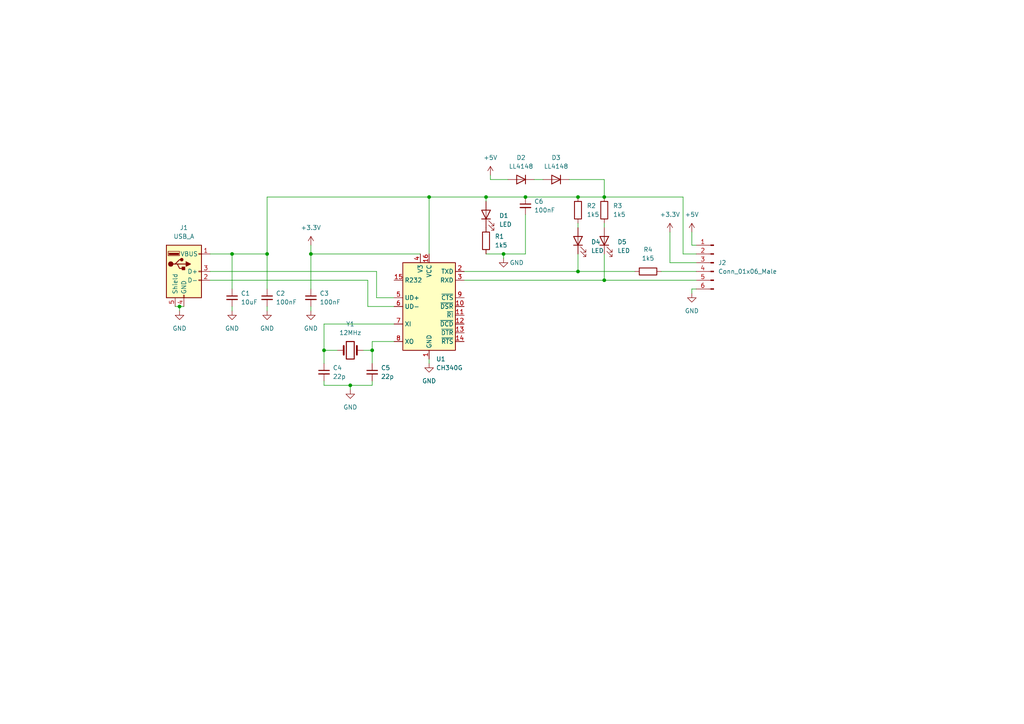
<source format=kicad_sch>
(kicad_sch (version 20211123) (generator eeschema)

  (uuid 6a9ea661-a629-4d44-902e-2c83d8658023)

  (paper "A4")

  (lib_symbols
    (symbol "Connector:Conn_01x06_Male" (pin_names (offset 1.016) hide) (in_bom yes) (on_board yes)
      (property "Reference" "J" (id 0) (at 0 7.62 0)
        (effects (font (size 1.27 1.27)))
      )
      (property "Value" "Conn_01x06_Male" (id 1) (at 0 -10.16 0)
        (effects (font (size 1.27 1.27)))
      )
      (property "Footprint" "" (id 2) (at 0 0 0)
        (effects (font (size 1.27 1.27)) hide)
      )
      (property "Datasheet" "~" (id 3) (at 0 0 0)
        (effects (font (size 1.27 1.27)) hide)
      )
      (property "ki_keywords" "connector" (id 4) (at 0 0 0)
        (effects (font (size 1.27 1.27)) hide)
      )
      (property "ki_description" "Generic connector, single row, 01x06, script generated (kicad-library-utils/schlib/autogen/connector/)" (id 5) (at 0 0 0)
        (effects (font (size 1.27 1.27)) hide)
      )
      (property "ki_fp_filters" "Connector*:*_1x??_*" (id 6) (at 0 0 0)
        (effects (font (size 1.27 1.27)) hide)
      )
      (symbol "Conn_01x06_Male_1_1"
        (polyline
          (pts
            (xy 1.27 -7.62)
            (xy 0.8636 -7.62)
          )
          (stroke (width 0.1524) (type default) (color 0 0 0 0))
          (fill (type none))
        )
        (polyline
          (pts
            (xy 1.27 -5.08)
            (xy 0.8636 -5.08)
          )
          (stroke (width 0.1524) (type default) (color 0 0 0 0))
          (fill (type none))
        )
        (polyline
          (pts
            (xy 1.27 -2.54)
            (xy 0.8636 -2.54)
          )
          (stroke (width 0.1524) (type default) (color 0 0 0 0))
          (fill (type none))
        )
        (polyline
          (pts
            (xy 1.27 0)
            (xy 0.8636 0)
          )
          (stroke (width 0.1524) (type default) (color 0 0 0 0))
          (fill (type none))
        )
        (polyline
          (pts
            (xy 1.27 2.54)
            (xy 0.8636 2.54)
          )
          (stroke (width 0.1524) (type default) (color 0 0 0 0))
          (fill (type none))
        )
        (polyline
          (pts
            (xy 1.27 5.08)
            (xy 0.8636 5.08)
          )
          (stroke (width 0.1524) (type default) (color 0 0 0 0))
          (fill (type none))
        )
        (rectangle (start 0.8636 -7.493) (end 0 -7.747)
          (stroke (width 0.1524) (type default) (color 0 0 0 0))
          (fill (type outline))
        )
        (rectangle (start 0.8636 -4.953) (end 0 -5.207)
          (stroke (width 0.1524) (type default) (color 0 0 0 0))
          (fill (type outline))
        )
        (rectangle (start 0.8636 -2.413) (end 0 -2.667)
          (stroke (width 0.1524) (type default) (color 0 0 0 0))
          (fill (type outline))
        )
        (rectangle (start 0.8636 0.127) (end 0 -0.127)
          (stroke (width 0.1524) (type default) (color 0 0 0 0))
          (fill (type outline))
        )
        (rectangle (start 0.8636 2.667) (end 0 2.413)
          (stroke (width 0.1524) (type default) (color 0 0 0 0))
          (fill (type outline))
        )
        (rectangle (start 0.8636 5.207) (end 0 4.953)
          (stroke (width 0.1524) (type default) (color 0 0 0 0))
          (fill (type outline))
        )
        (pin passive line (at 5.08 5.08 180) (length 3.81)
          (name "Pin_1" (effects (font (size 1.27 1.27))))
          (number "1" (effects (font (size 1.27 1.27))))
        )
        (pin passive line (at 5.08 2.54 180) (length 3.81)
          (name "Pin_2" (effects (font (size 1.27 1.27))))
          (number "2" (effects (font (size 1.27 1.27))))
        )
        (pin passive line (at 5.08 0 180) (length 3.81)
          (name "Pin_3" (effects (font (size 1.27 1.27))))
          (number "3" (effects (font (size 1.27 1.27))))
        )
        (pin passive line (at 5.08 -2.54 180) (length 3.81)
          (name "Pin_4" (effects (font (size 1.27 1.27))))
          (number "4" (effects (font (size 1.27 1.27))))
        )
        (pin passive line (at 5.08 -5.08 180) (length 3.81)
          (name "Pin_5" (effects (font (size 1.27 1.27))))
          (number "5" (effects (font (size 1.27 1.27))))
        )
        (pin passive line (at 5.08 -7.62 180) (length 3.81)
          (name "Pin_6" (effects (font (size 1.27 1.27))))
          (number "6" (effects (font (size 1.27 1.27))))
        )
      )
    )
    (symbol "Connector:USB_A" (pin_names (offset 1.016)) (in_bom yes) (on_board yes)
      (property "Reference" "J" (id 0) (at -5.08 11.43 0)
        (effects (font (size 1.27 1.27)) (justify left))
      )
      (property "Value" "USB_A" (id 1) (at -5.08 8.89 0)
        (effects (font (size 1.27 1.27)) (justify left))
      )
      (property "Footprint" "" (id 2) (at 3.81 -1.27 0)
        (effects (font (size 1.27 1.27)) hide)
      )
      (property "Datasheet" " ~" (id 3) (at 3.81 -1.27 0)
        (effects (font (size 1.27 1.27)) hide)
      )
      (property "ki_keywords" "connector USB" (id 4) (at 0 0 0)
        (effects (font (size 1.27 1.27)) hide)
      )
      (property "ki_description" "USB Type A connector" (id 5) (at 0 0 0)
        (effects (font (size 1.27 1.27)) hide)
      )
      (property "ki_fp_filters" "USB*" (id 6) (at 0 0 0)
        (effects (font (size 1.27 1.27)) hide)
      )
      (symbol "USB_A_0_1"
        (rectangle (start -5.08 -7.62) (end 5.08 7.62)
          (stroke (width 0.254) (type default) (color 0 0 0 0))
          (fill (type background))
        )
        (circle (center -3.81 2.159) (radius 0.635)
          (stroke (width 0.254) (type default) (color 0 0 0 0))
          (fill (type outline))
        )
        (rectangle (start -1.524 4.826) (end -4.318 5.334)
          (stroke (width 0) (type default) (color 0 0 0 0))
          (fill (type outline))
        )
        (rectangle (start -1.27 4.572) (end -4.572 5.842)
          (stroke (width 0) (type default) (color 0 0 0 0))
          (fill (type none))
        )
        (circle (center -0.635 3.429) (radius 0.381)
          (stroke (width 0.254) (type default) (color 0 0 0 0))
          (fill (type outline))
        )
        (rectangle (start -0.127 -7.62) (end 0.127 -6.858)
          (stroke (width 0) (type default) (color 0 0 0 0))
          (fill (type none))
        )
        (polyline
          (pts
            (xy -3.175 2.159)
            (xy -2.54 2.159)
            (xy -1.27 3.429)
            (xy -0.635 3.429)
          )
          (stroke (width 0.254) (type default) (color 0 0 0 0))
          (fill (type none))
        )
        (polyline
          (pts
            (xy -2.54 2.159)
            (xy -1.905 2.159)
            (xy -1.27 0.889)
            (xy 0 0.889)
          )
          (stroke (width 0.254) (type default) (color 0 0 0 0))
          (fill (type none))
        )
        (polyline
          (pts
            (xy 0.635 2.794)
            (xy 0.635 1.524)
            (xy 1.905 2.159)
            (xy 0.635 2.794)
          )
          (stroke (width 0.254) (type default) (color 0 0 0 0))
          (fill (type outline))
        )
        (rectangle (start 0.254 1.27) (end -0.508 0.508)
          (stroke (width 0.254) (type default) (color 0 0 0 0))
          (fill (type outline))
        )
        (rectangle (start 5.08 -2.667) (end 4.318 -2.413)
          (stroke (width 0) (type default) (color 0 0 0 0))
          (fill (type none))
        )
        (rectangle (start 5.08 -0.127) (end 4.318 0.127)
          (stroke (width 0) (type default) (color 0 0 0 0))
          (fill (type none))
        )
        (rectangle (start 5.08 4.953) (end 4.318 5.207)
          (stroke (width 0) (type default) (color 0 0 0 0))
          (fill (type none))
        )
      )
      (symbol "USB_A_1_1"
        (polyline
          (pts
            (xy -1.905 2.159)
            (xy 0.635 2.159)
          )
          (stroke (width 0.254) (type default) (color 0 0 0 0))
          (fill (type none))
        )
        (pin power_in line (at 7.62 5.08 180) (length 2.54)
          (name "VBUS" (effects (font (size 1.27 1.27))))
          (number "1" (effects (font (size 1.27 1.27))))
        )
        (pin bidirectional line (at 7.62 -2.54 180) (length 2.54)
          (name "D-" (effects (font (size 1.27 1.27))))
          (number "2" (effects (font (size 1.27 1.27))))
        )
        (pin bidirectional line (at 7.62 0 180) (length 2.54)
          (name "D+" (effects (font (size 1.27 1.27))))
          (number "3" (effects (font (size 1.27 1.27))))
        )
        (pin power_in line (at 0 -10.16 90) (length 2.54)
          (name "GND" (effects (font (size 1.27 1.27))))
          (number "4" (effects (font (size 1.27 1.27))))
        )
        (pin passive line (at -2.54 -10.16 90) (length 2.54)
          (name "Shield" (effects (font (size 1.27 1.27))))
          (number "5" (effects (font (size 1.27 1.27))))
        )
      )
    )
    (symbol "Device:C_Small" (pin_numbers hide) (pin_names (offset 0.254) hide) (in_bom yes) (on_board yes)
      (property "Reference" "C" (id 0) (at 0.254 1.778 0)
        (effects (font (size 1.27 1.27)) (justify left))
      )
      (property "Value" "C_Small" (id 1) (at 0.254 -2.032 0)
        (effects (font (size 1.27 1.27)) (justify left))
      )
      (property "Footprint" "" (id 2) (at 0 0 0)
        (effects (font (size 1.27 1.27)) hide)
      )
      (property "Datasheet" "~" (id 3) (at 0 0 0)
        (effects (font (size 1.27 1.27)) hide)
      )
      (property "ki_keywords" "capacitor cap" (id 4) (at 0 0 0)
        (effects (font (size 1.27 1.27)) hide)
      )
      (property "ki_description" "Unpolarized capacitor, small symbol" (id 5) (at 0 0 0)
        (effects (font (size 1.27 1.27)) hide)
      )
      (property "ki_fp_filters" "C_*" (id 6) (at 0 0 0)
        (effects (font (size 1.27 1.27)) hide)
      )
      (symbol "C_Small_0_1"
        (polyline
          (pts
            (xy -1.524 -0.508)
            (xy 1.524 -0.508)
          )
          (stroke (width 0.3302) (type default) (color 0 0 0 0))
          (fill (type none))
        )
        (polyline
          (pts
            (xy -1.524 0.508)
            (xy 1.524 0.508)
          )
          (stroke (width 0.3048) (type default) (color 0 0 0 0))
          (fill (type none))
        )
      )
      (symbol "C_Small_1_1"
        (pin passive line (at 0 2.54 270) (length 2.032)
          (name "~" (effects (font (size 1.27 1.27))))
          (number "1" (effects (font (size 1.27 1.27))))
        )
        (pin passive line (at 0 -2.54 90) (length 2.032)
          (name "~" (effects (font (size 1.27 1.27))))
          (number "2" (effects (font (size 1.27 1.27))))
        )
      )
    )
    (symbol "Device:Crystal" (pin_numbers hide) (pin_names (offset 1.016) hide) (in_bom yes) (on_board yes)
      (property "Reference" "Y" (id 0) (at 0 3.81 0)
        (effects (font (size 1.27 1.27)))
      )
      (property "Value" "Crystal" (id 1) (at 0 -3.81 0)
        (effects (font (size 1.27 1.27)))
      )
      (property "Footprint" "" (id 2) (at 0 0 0)
        (effects (font (size 1.27 1.27)) hide)
      )
      (property "Datasheet" "~" (id 3) (at 0 0 0)
        (effects (font (size 1.27 1.27)) hide)
      )
      (property "ki_keywords" "quartz ceramic resonator oscillator" (id 4) (at 0 0 0)
        (effects (font (size 1.27 1.27)) hide)
      )
      (property "ki_description" "Two pin crystal" (id 5) (at 0 0 0)
        (effects (font (size 1.27 1.27)) hide)
      )
      (property "ki_fp_filters" "Crystal*" (id 6) (at 0 0 0)
        (effects (font (size 1.27 1.27)) hide)
      )
      (symbol "Crystal_0_1"
        (rectangle (start -1.143 2.54) (end 1.143 -2.54)
          (stroke (width 0.3048) (type default) (color 0 0 0 0))
          (fill (type none))
        )
        (polyline
          (pts
            (xy -2.54 0)
            (xy -1.905 0)
          )
          (stroke (width 0) (type default) (color 0 0 0 0))
          (fill (type none))
        )
        (polyline
          (pts
            (xy -1.905 -1.27)
            (xy -1.905 1.27)
          )
          (stroke (width 0.508) (type default) (color 0 0 0 0))
          (fill (type none))
        )
        (polyline
          (pts
            (xy 1.905 -1.27)
            (xy 1.905 1.27)
          )
          (stroke (width 0.508) (type default) (color 0 0 0 0))
          (fill (type none))
        )
        (polyline
          (pts
            (xy 2.54 0)
            (xy 1.905 0)
          )
          (stroke (width 0) (type default) (color 0 0 0 0))
          (fill (type none))
        )
      )
      (symbol "Crystal_1_1"
        (pin passive line (at -3.81 0 0) (length 1.27)
          (name "1" (effects (font (size 1.27 1.27))))
          (number "1" (effects (font (size 1.27 1.27))))
        )
        (pin passive line (at 3.81 0 180) (length 1.27)
          (name "2" (effects (font (size 1.27 1.27))))
          (number "2" (effects (font (size 1.27 1.27))))
        )
      )
    )
    (symbol "Device:D" (pin_numbers hide) (pin_names (offset 1.016) hide) (in_bom yes) (on_board yes)
      (property "Reference" "D" (id 0) (at 0 2.54 0)
        (effects (font (size 1.27 1.27)))
      )
      (property "Value" "D" (id 1) (at 0 -2.54 0)
        (effects (font (size 1.27 1.27)))
      )
      (property "Footprint" "" (id 2) (at 0 0 0)
        (effects (font (size 1.27 1.27)) hide)
      )
      (property "Datasheet" "~" (id 3) (at 0 0 0)
        (effects (font (size 1.27 1.27)) hide)
      )
      (property "ki_keywords" "diode" (id 4) (at 0 0 0)
        (effects (font (size 1.27 1.27)) hide)
      )
      (property "ki_description" "Diode" (id 5) (at 0 0 0)
        (effects (font (size 1.27 1.27)) hide)
      )
      (property "ki_fp_filters" "TO-???* *_Diode_* *SingleDiode* D_*" (id 6) (at 0 0 0)
        (effects (font (size 1.27 1.27)) hide)
      )
      (symbol "D_0_1"
        (polyline
          (pts
            (xy -1.27 1.27)
            (xy -1.27 -1.27)
          )
          (stroke (width 0.254) (type default) (color 0 0 0 0))
          (fill (type none))
        )
        (polyline
          (pts
            (xy 1.27 0)
            (xy -1.27 0)
          )
          (stroke (width 0) (type default) (color 0 0 0 0))
          (fill (type none))
        )
        (polyline
          (pts
            (xy 1.27 1.27)
            (xy 1.27 -1.27)
            (xy -1.27 0)
            (xy 1.27 1.27)
          )
          (stroke (width 0.254) (type default) (color 0 0 0 0))
          (fill (type none))
        )
      )
      (symbol "D_1_1"
        (pin passive line (at -3.81 0 0) (length 2.54)
          (name "K" (effects (font (size 1.27 1.27))))
          (number "1" (effects (font (size 1.27 1.27))))
        )
        (pin passive line (at 3.81 0 180) (length 2.54)
          (name "A" (effects (font (size 1.27 1.27))))
          (number "2" (effects (font (size 1.27 1.27))))
        )
      )
    )
    (symbol "Device:LED" (pin_numbers hide) (pin_names (offset 1.016) hide) (in_bom yes) (on_board yes)
      (property "Reference" "D" (id 0) (at 0 2.54 0)
        (effects (font (size 1.27 1.27)))
      )
      (property "Value" "LED" (id 1) (at 0 -2.54 0)
        (effects (font (size 1.27 1.27)))
      )
      (property "Footprint" "" (id 2) (at 0 0 0)
        (effects (font (size 1.27 1.27)) hide)
      )
      (property "Datasheet" "~" (id 3) (at 0 0 0)
        (effects (font (size 1.27 1.27)) hide)
      )
      (property "ki_keywords" "LED diode" (id 4) (at 0 0 0)
        (effects (font (size 1.27 1.27)) hide)
      )
      (property "ki_description" "Light emitting diode" (id 5) (at 0 0 0)
        (effects (font (size 1.27 1.27)) hide)
      )
      (property "ki_fp_filters" "LED* LED_SMD:* LED_THT:*" (id 6) (at 0 0 0)
        (effects (font (size 1.27 1.27)) hide)
      )
      (symbol "LED_0_1"
        (polyline
          (pts
            (xy -1.27 -1.27)
            (xy -1.27 1.27)
          )
          (stroke (width 0.254) (type default) (color 0 0 0 0))
          (fill (type none))
        )
        (polyline
          (pts
            (xy -1.27 0)
            (xy 1.27 0)
          )
          (stroke (width 0) (type default) (color 0 0 0 0))
          (fill (type none))
        )
        (polyline
          (pts
            (xy 1.27 -1.27)
            (xy 1.27 1.27)
            (xy -1.27 0)
            (xy 1.27 -1.27)
          )
          (stroke (width 0.254) (type default) (color 0 0 0 0))
          (fill (type none))
        )
        (polyline
          (pts
            (xy -3.048 -0.762)
            (xy -4.572 -2.286)
            (xy -3.81 -2.286)
            (xy -4.572 -2.286)
            (xy -4.572 -1.524)
          )
          (stroke (width 0) (type default) (color 0 0 0 0))
          (fill (type none))
        )
        (polyline
          (pts
            (xy -1.778 -0.762)
            (xy -3.302 -2.286)
            (xy -2.54 -2.286)
            (xy -3.302 -2.286)
            (xy -3.302 -1.524)
          )
          (stroke (width 0) (type default) (color 0 0 0 0))
          (fill (type none))
        )
      )
      (symbol "LED_1_1"
        (pin passive line (at -3.81 0 0) (length 2.54)
          (name "K" (effects (font (size 1.27 1.27))))
          (number "1" (effects (font (size 1.27 1.27))))
        )
        (pin passive line (at 3.81 0 180) (length 2.54)
          (name "A" (effects (font (size 1.27 1.27))))
          (number "2" (effects (font (size 1.27 1.27))))
        )
      )
    )
    (symbol "Device:R" (pin_numbers hide) (pin_names (offset 0)) (in_bom yes) (on_board yes)
      (property "Reference" "R" (id 0) (at 2.032 0 90)
        (effects (font (size 1.27 1.27)))
      )
      (property "Value" "R" (id 1) (at 0 0 90)
        (effects (font (size 1.27 1.27)))
      )
      (property "Footprint" "" (id 2) (at -1.778 0 90)
        (effects (font (size 1.27 1.27)) hide)
      )
      (property "Datasheet" "~" (id 3) (at 0 0 0)
        (effects (font (size 1.27 1.27)) hide)
      )
      (property "ki_keywords" "R res resistor" (id 4) (at 0 0 0)
        (effects (font (size 1.27 1.27)) hide)
      )
      (property "ki_description" "Resistor" (id 5) (at 0 0 0)
        (effects (font (size 1.27 1.27)) hide)
      )
      (property "ki_fp_filters" "R_*" (id 6) (at 0 0 0)
        (effects (font (size 1.27 1.27)) hide)
      )
      (symbol "R_0_1"
        (rectangle (start -1.016 -2.54) (end 1.016 2.54)
          (stroke (width 0.254) (type default) (color 0 0 0 0))
          (fill (type none))
        )
      )
      (symbol "R_1_1"
        (pin passive line (at 0 3.81 270) (length 1.27)
          (name "~" (effects (font (size 1.27 1.27))))
          (number "1" (effects (font (size 1.27 1.27))))
        )
        (pin passive line (at 0 -3.81 90) (length 1.27)
          (name "~" (effects (font (size 1.27 1.27))))
          (number "2" (effects (font (size 1.27 1.27))))
        )
      )
    )
    (symbol "Interface_USB:CH340G" (in_bom yes) (on_board yes)
      (property "Reference" "U" (id 0) (at -5.08 13.97 0)
        (effects (font (size 1.27 1.27)) (justify right))
      )
      (property "Value" "CH340G" (id 1) (at 1.27 13.97 0)
        (effects (font (size 1.27 1.27)) (justify left))
      )
      (property "Footprint" "Package_SO:SOIC-16_3.9x9.9mm_P1.27mm" (id 2) (at 1.27 -13.97 0)
        (effects (font (size 1.27 1.27)) (justify left) hide)
      )
      (property "Datasheet" "http://www.datasheet5.com/pdf-local-2195953" (id 3) (at -8.89 20.32 0)
        (effects (font (size 1.27 1.27)) hide)
      )
      (property "ki_keywords" "USB UART Serial Converter Interface" (id 4) (at 0 0 0)
        (effects (font (size 1.27 1.27)) hide)
      )
      (property "ki_description" "USB serial converter, UART, SOIC-16" (id 5) (at 0 0 0)
        (effects (font (size 1.27 1.27)) hide)
      )
      (property "ki_fp_filters" "SOIC*3.9x9.9mm*P1.27mm*" (id 6) (at 0 0 0)
        (effects (font (size 1.27 1.27)) hide)
      )
      (symbol "CH340G_0_1"
        (rectangle (start -7.62 12.7) (end 7.62 -12.7)
          (stroke (width 0.254) (type default) (color 0 0 0 0))
          (fill (type background))
        )
      )
      (symbol "CH340G_1_1"
        (pin power_in line (at 0 -15.24 90) (length 2.54)
          (name "GND" (effects (font (size 1.27 1.27))))
          (number "1" (effects (font (size 1.27 1.27))))
        )
        (pin input line (at 10.16 0 180) (length 2.54)
          (name "~{DSR}" (effects (font (size 1.27 1.27))))
          (number "10" (effects (font (size 1.27 1.27))))
        )
        (pin input line (at 10.16 -2.54 180) (length 2.54)
          (name "~{RI}" (effects (font (size 1.27 1.27))))
          (number "11" (effects (font (size 1.27 1.27))))
        )
        (pin input line (at 10.16 -5.08 180) (length 2.54)
          (name "~{DCD}" (effects (font (size 1.27 1.27))))
          (number "12" (effects (font (size 1.27 1.27))))
        )
        (pin output line (at 10.16 -7.62 180) (length 2.54)
          (name "~{DTR}" (effects (font (size 1.27 1.27))))
          (number "13" (effects (font (size 1.27 1.27))))
        )
        (pin output line (at 10.16 -10.16 180) (length 2.54)
          (name "~{RTS}" (effects (font (size 1.27 1.27))))
          (number "14" (effects (font (size 1.27 1.27))))
        )
        (pin input line (at -10.16 7.62 0) (length 2.54)
          (name "R232" (effects (font (size 1.27 1.27))))
          (number "15" (effects (font (size 1.27 1.27))))
        )
        (pin power_in line (at 0 15.24 270) (length 2.54)
          (name "VCC" (effects (font (size 1.27 1.27))))
          (number "16" (effects (font (size 1.27 1.27))))
        )
        (pin output line (at 10.16 10.16 180) (length 2.54)
          (name "TXD" (effects (font (size 1.27 1.27))))
          (number "2" (effects (font (size 1.27 1.27))))
        )
        (pin input line (at 10.16 7.62 180) (length 2.54)
          (name "RXD" (effects (font (size 1.27 1.27))))
          (number "3" (effects (font (size 1.27 1.27))))
        )
        (pin passive line (at -2.54 15.24 270) (length 2.54)
          (name "V3" (effects (font (size 1.27 1.27))))
          (number "4" (effects (font (size 1.27 1.27))))
        )
        (pin bidirectional line (at -10.16 2.54 0) (length 2.54)
          (name "UD+" (effects (font (size 1.27 1.27))))
          (number "5" (effects (font (size 1.27 1.27))))
        )
        (pin bidirectional line (at -10.16 0 0) (length 2.54)
          (name "UD-" (effects (font (size 1.27 1.27))))
          (number "6" (effects (font (size 1.27 1.27))))
        )
        (pin input line (at -10.16 -5.08 0) (length 2.54)
          (name "XI" (effects (font (size 1.27 1.27))))
          (number "7" (effects (font (size 1.27 1.27))))
        )
        (pin output line (at -10.16 -10.16 0) (length 2.54)
          (name "XO" (effects (font (size 1.27 1.27))))
          (number "8" (effects (font (size 1.27 1.27))))
        )
        (pin input line (at 10.16 2.54 180) (length 2.54)
          (name "~{CTS}" (effects (font (size 1.27 1.27))))
          (number "9" (effects (font (size 1.27 1.27))))
        )
      )
    )
    (symbol "power:+3.3V" (power) (pin_names (offset 0)) (in_bom yes) (on_board yes)
      (property "Reference" "#PWR" (id 0) (at 0 -3.81 0)
        (effects (font (size 1.27 1.27)) hide)
      )
      (property "Value" "+3.3V" (id 1) (at 0 3.556 0)
        (effects (font (size 1.27 1.27)))
      )
      (property "Footprint" "" (id 2) (at 0 0 0)
        (effects (font (size 1.27 1.27)) hide)
      )
      (property "Datasheet" "" (id 3) (at 0 0 0)
        (effects (font (size 1.27 1.27)) hide)
      )
      (property "ki_keywords" "power-flag" (id 4) (at 0 0 0)
        (effects (font (size 1.27 1.27)) hide)
      )
      (property "ki_description" "Power symbol creates a global label with name \"+3.3V\"" (id 5) (at 0 0 0)
        (effects (font (size 1.27 1.27)) hide)
      )
      (symbol "+3.3V_0_1"
        (polyline
          (pts
            (xy -0.762 1.27)
            (xy 0 2.54)
          )
          (stroke (width 0) (type default) (color 0 0 0 0))
          (fill (type none))
        )
        (polyline
          (pts
            (xy 0 0)
            (xy 0 2.54)
          )
          (stroke (width 0) (type default) (color 0 0 0 0))
          (fill (type none))
        )
        (polyline
          (pts
            (xy 0 2.54)
            (xy 0.762 1.27)
          )
          (stroke (width 0) (type default) (color 0 0 0 0))
          (fill (type none))
        )
      )
      (symbol "+3.3V_1_1"
        (pin power_in line (at 0 0 90) (length 0) hide
          (name "+3.3V" (effects (font (size 1.27 1.27))))
          (number "1" (effects (font (size 1.27 1.27))))
        )
      )
    )
    (symbol "power:+5V" (power) (pin_names (offset 0)) (in_bom yes) (on_board yes)
      (property "Reference" "#PWR" (id 0) (at 0 -3.81 0)
        (effects (font (size 1.27 1.27)) hide)
      )
      (property "Value" "+5V" (id 1) (at 0 3.556 0)
        (effects (font (size 1.27 1.27)))
      )
      (property "Footprint" "" (id 2) (at 0 0 0)
        (effects (font (size 1.27 1.27)) hide)
      )
      (property "Datasheet" "" (id 3) (at 0 0 0)
        (effects (font (size 1.27 1.27)) hide)
      )
      (property "ki_keywords" "power-flag" (id 4) (at 0 0 0)
        (effects (font (size 1.27 1.27)) hide)
      )
      (property "ki_description" "Power symbol creates a global label with name \"+5V\"" (id 5) (at 0 0 0)
        (effects (font (size 1.27 1.27)) hide)
      )
      (symbol "+5V_0_1"
        (polyline
          (pts
            (xy -0.762 1.27)
            (xy 0 2.54)
          )
          (stroke (width 0) (type default) (color 0 0 0 0))
          (fill (type none))
        )
        (polyline
          (pts
            (xy 0 0)
            (xy 0 2.54)
          )
          (stroke (width 0) (type default) (color 0 0 0 0))
          (fill (type none))
        )
        (polyline
          (pts
            (xy 0 2.54)
            (xy 0.762 1.27)
          )
          (stroke (width 0) (type default) (color 0 0 0 0))
          (fill (type none))
        )
      )
      (symbol "+5V_1_1"
        (pin power_in line (at 0 0 90) (length 0) hide
          (name "+5V" (effects (font (size 1.27 1.27))))
          (number "1" (effects (font (size 1.27 1.27))))
        )
      )
    )
    (symbol "power:GND" (power) (pin_names (offset 0)) (in_bom yes) (on_board yes)
      (property "Reference" "#PWR" (id 0) (at 0 -6.35 0)
        (effects (font (size 1.27 1.27)) hide)
      )
      (property "Value" "GND" (id 1) (at 0 -3.81 0)
        (effects (font (size 1.27 1.27)))
      )
      (property "Footprint" "" (id 2) (at 0 0 0)
        (effects (font (size 1.27 1.27)) hide)
      )
      (property "Datasheet" "" (id 3) (at 0 0 0)
        (effects (font (size 1.27 1.27)) hide)
      )
      (property "ki_keywords" "power-flag" (id 4) (at 0 0 0)
        (effects (font (size 1.27 1.27)) hide)
      )
      (property "ki_description" "Power symbol creates a global label with name \"GND\" , ground" (id 5) (at 0 0 0)
        (effects (font (size 1.27 1.27)) hide)
      )
      (symbol "GND_0_1"
        (polyline
          (pts
            (xy 0 0)
            (xy 0 -1.27)
            (xy 1.27 -1.27)
            (xy 0 -2.54)
            (xy -1.27 -1.27)
            (xy 0 -1.27)
          )
          (stroke (width 0) (type default) (color 0 0 0 0))
          (fill (type none))
        )
      )
      (symbol "GND_1_1"
        (pin power_in line (at 0 0 270) (length 0) hide
          (name "GND" (effects (font (size 1.27 1.27))))
          (number "1" (effects (font (size 1.27 1.27))))
        )
      )
    )
  )

  (junction (at 67.31 73.66) (diameter 0) (color 0 0 0 0)
    (uuid 25b70add-690a-4322-85af-0416f8048e38)
  )
  (junction (at 52.07 88.9) (diameter 0) (color 0 0 0 0)
    (uuid 2984778b-9538-411b-a015-60430859e287)
  )
  (junction (at 146.05 73.66) (diameter 0) (color 0 0 0 0)
    (uuid 445231a3-03b9-4ba4-a817-26087a46aff1)
  )
  (junction (at 90.17 73.66) (diameter 0) (color 0 0 0 0)
    (uuid 4e48bdab-4f8b-4334-bce9-17f5d795c245)
  )
  (junction (at 93.98 101.6) (diameter 0) (color 0 0 0 0)
    (uuid 5f69cb48-f0b2-47ae-b223-52c600a05465)
  )
  (junction (at 167.64 57.15) (diameter 0) (color 0 0 0 0)
    (uuid 753797ad-cf5c-47fc-b24f-c78714998ce9)
  )
  (junction (at 107.95 101.6) (diameter 0) (color 0 0 0 0)
    (uuid 7cfd5d38-248d-4ba1-81eb-946ed853c39e)
  )
  (junction (at 175.26 81.28) (diameter 0) (color 0 0 0 0)
    (uuid 88ca4a21-8413-4d94-bb9b-8fe4009ac0e3)
  )
  (junction (at 140.97 57.15) (diameter 0) (color 0 0 0 0)
    (uuid 9751e94e-9df3-497a-8804-7a7bcfe44e97)
  )
  (junction (at 175.26 57.15) (diameter 0) (color 0 0 0 0)
    (uuid 98b72fdf-6315-449f-ad78-c15ad14df5aa)
  )
  (junction (at 101.6 111.76) (diameter 0) (color 0 0 0 0)
    (uuid 9cdcfbd7-910e-4efb-a2b0-93f716d0c10d)
  )
  (junction (at 77.47 73.66) (diameter 0) (color 0 0 0 0)
    (uuid a577a3a9-9f2b-4312-85ba-8b3d2de93c01)
  )
  (junction (at 152.4 57.15) (diameter 0) (color 0 0 0 0)
    (uuid ac719c5e-f5ca-4d0b-b03b-cf9a78ef1118)
  )
  (junction (at 124.46 57.15) (diameter 0) (color 0 0 0 0)
    (uuid b93c4814-e0ac-4f4f-9eef-44bfbc2f5ab8)
  )
  (junction (at 167.64 78.74) (diameter 0) (color 0 0 0 0)
    (uuid cdc97bd6-d659-483b-91b1-ef58daec6e38)
  )

  (wire (pts (xy 107.95 110.49) (xy 107.95 111.76))
    (stroke (width 0) (type default) (color 0 0 0 0))
    (uuid 05c3f011-783c-45d5-a25b-d4682c6cba95)
  )
  (wire (pts (xy 140.97 58.42) (xy 140.97 57.15))
    (stroke (width 0) (type default) (color 0 0 0 0))
    (uuid 05f94389-f244-4feb-8ffc-b0dc5f81562b)
  )
  (wire (pts (xy 60.96 78.74) (xy 109.22 78.74))
    (stroke (width 0) (type default) (color 0 0 0 0))
    (uuid 0630477e-ceac-4936-88ca-ef1469d29512)
  )
  (wire (pts (xy 114.3 99.06) (xy 107.95 99.06))
    (stroke (width 0) (type default) (color 0 0 0 0))
    (uuid 0a0fdca6-6bc5-47cb-aa37-fddfad0a3f8c)
  )
  (wire (pts (xy 106.68 81.28) (xy 106.68 88.9))
    (stroke (width 0) (type default) (color 0 0 0 0))
    (uuid 0bb2f034-90d8-4713-9d66-0a674543415e)
  )
  (wire (pts (xy 97.79 101.6) (xy 93.98 101.6))
    (stroke (width 0) (type default) (color 0 0 0 0))
    (uuid 0ec4400a-7054-4469-90ae-d84544775597)
  )
  (wire (pts (xy 52.07 88.9) (xy 52.07 90.17))
    (stroke (width 0) (type default) (color 0 0 0 0))
    (uuid 12e1d7fe-bc61-4fa9-a095-0dd2ccc839b7)
  )
  (wire (pts (xy 146.05 73.66) (xy 140.97 73.66))
    (stroke (width 0) (type default) (color 0 0 0 0))
    (uuid 18f60691-11fa-4283-a371-ff69db237382)
  )
  (wire (pts (xy 93.98 110.49) (xy 93.98 111.76))
    (stroke (width 0) (type default) (color 0 0 0 0))
    (uuid 1f26b17c-d385-4be3-8c74-705b9ab4aa7f)
  )
  (wire (pts (xy 60.96 73.66) (xy 67.31 73.66))
    (stroke (width 0) (type default) (color 0 0 0 0))
    (uuid 264aac17-0419-484d-b31a-531e0920b2a5)
  )
  (wire (pts (xy 77.47 73.66) (xy 77.47 83.82))
    (stroke (width 0) (type default) (color 0 0 0 0))
    (uuid 2a0ad8d4-d0ab-4042-ba56-3c88be3529d3)
  )
  (wire (pts (xy 60.96 81.28) (xy 106.68 81.28))
    (stroke (width 0) (type default) (color 0 0 0 0))
    (uuid 2cc7d3f7-1f17-4764-8ef7-bc2757b3804e)
  )
  (wire (pts (xy 134.62 78.74) (xy 167.64 78.74))
    (stroke (width 0) (type default) (color 0 0 0 0))
    (uuid 35e18d90-769e-47d8-9642-6354637a9ee0)
  )
  (wire (pts (xy 146.05 73.66) (xy 152.4 73.66))
    (stroke (width 0) (type default) (color 0 0 0 0))
    (uuid 36970ac9-0bb2-4627-a5da-9813142538ef)
  )
  (wire (pts (xy 101.6 111.76) (xy 107.95 111.76))
    (stroke (width 0) (type default) (color 0 0 0 0))
    (uuid 3839f637-40ac-4505-9666-bb7d4881575f)
  )
  (wire (pts (xy 50.8 88.9) (xy 52.07 88.9))
    (stroke (width 0) (type default) (color 0 0 0 0))
    (uuid 3d62e174-de52-4844-b841-5466f9f39852)
  )
  (wire (pts (xy 114.3 93.98) (xy 93.98 93.98))
    (stroke (width 0) (type default) (color 0 0 0 0))
    (uuid 41b28722-fe38-4d7c-a52c-0e4dd9e17694)
  )
  (wire (pts (xy 198.12 57.15) (xy 198.12 73.66))
    (stroke (width 0) (type default) (color 0 0 0 0))
    (uuid 428daf47-b5ee-48e6-bb75-3dc2bdd40d3c)
  )
  (wire (pts (xy 93.98 111.76) (xy 101.6 111.76))
    (stroke (width 0) (type default) (color 0 0 0 0))
    (uuid 43fa0658-0282-417f-9706-1c624b62e2e9)
  )
  (wire (pts (xy 152.4 62.23) (xy 152.4 73.66))
    (stroke (width 0) (type default) (color 0 0 0 0))
    (uuid 45fa66e8-f40a-4867-adb5-d096ef12669f)
  )
  (wire (pts (xy 67.31 73.66) (xy 67.31 83.82))
    (stroke (width 0) (type default) (color 0 0 0 0))
    (uuid 4b389a8c-f53b-4d69-9a7c-51d9690236ed)
  )
  (wire (pts (xy 175.26 64.77) (xy 175.26 66.04))
    (stroke (width 0) (type default) (color 0 0 0 0))
    (uuid 4b74363a-690a-457e-9884-31899944eba6)
  )
  (wire (pts (xy 124.46 57.15) (xy 140.97 57.15))
    (stroke (width 0) (type default) (color 0 0 0 0))
    (uuid 5257a93e-6b54-4fee-8e03-345510355132)
  )
  (wire (pts (xy 167.64 78.74) (xy 184.15 78.74))
    (stroke (width 0) (type default) (color 0 0 0 0))
    (uuid 52db4822-72c1-4372-ae5d-0d86f4cfedf2)
  )
  (wire (pts (xy 93.98 93.98) (xy 93.98 101.6))
    (stroke (width 0) (type default) (color 0 0 0 0))
    (uuid 538064a6-2196-4dbc-ad44-f8c933b8c62f)
  )
  (wire (pts (xy 198.12 73.66) (xy 201.93 73.66))
    (stroke (width 0) (type default) (color 0 0 0 0))
    (uuid 5996b21f-acb3-40c5-9ef7-73882a791808)
  )
  (wire (pts (xy 52.07 88.9) (xy 53.34 88.9))
    (stroke (width 0) (type default) (color 0 0 0 0))
    (uuid 5d3cb0e7-02f8-4e1a-b926-51a4b7ccdcc1)
  )
  (wire (pts (xy 167.64 57.15) (xy 175.26 57.15))
    (stroke (width 0) (type default) (color 0 0 0 0))
    (uuid 611a2842-56cd-44ae-a302-eb7812cd9fa1)
  )
  (wire (pts (xy 77.47 88.9) (xy 77.47 90.17))
    (stroke (width 0) (type default) (color 0 0 0 0))
    (uuid 6b26e724-f05a-4c1e-8dc0-56f0c4567289)
  )
  (wire (pts (xy 142.24 50.8) (xy 142.24 52.07))
    (stroke (width 0) (type default) (color 0 0 0 0))
    (uuid 6c8c06a6-d192-43d4-9a4a-be9661db1029)
  )
  (wire (pts (xy 67.31 88.9) (xy 67.31 90.17))
    (stroke (width 0) (type default) (color 0 0 0 0))
    (uuid 7493ecd0-2dcc-4bc9-8703-7cdf312a148c)
  )
  (wire (pts (xy 142.24 52.07) (xy 147.32 52.07))
    (stroke (width 0) (type default) (color 0 0 0 0))
    (uuid 75d237c0-3de4-410d-b9c3-c6cb1c7a7fde)
  )
  (wire (pts (xy 105.41 101.6) (xy 107.95 101.6))
    (stroke (width 0) (type default) (color 0 0 0 0))
    (uuid 764b2857-e454-4fa5-afcd-e534eb3e96f8)
  )
  (wire (pts (xy 77.47 57.15) (xy 124.46 57.15))
    (stroke (width 0) (type default) (color 0 0 0 0))
    (uuid 79cd1402-7f2f-40b3-9ed5-e5c390d33ebf)
  )
  (wire (pts (xy 167.64 64.77) (xy 167.64 66.04))
    (stroke (width 0) (type default) (color 0 0 0 0))
    (uuid 7a1692b5-66bc-42c0-8c3e-90cc243ca772)
  )
  (wire (pts (xy 200.66 83.82) (xy 201.93 83.82))
    (stroke (width 0) (type default) (color 0 0 0 0))
    (uuid 7b952fc3-45f9-44de-a877-085f8c2c2bc9)
  )
  (wire (pts (xy 90.17 88.9) (xy 90.17 90.17))
    (stroke (width 0) (type default) (color 0 0 0 0))
    (uuid 81bf490c-117b-4f29-b79b-85af61503b78)
  )
  (wire (pts (xy 109.22 78.74) (xy 109.22 86.36))
    (stroke (width 0) (type default) (color 0 0 0 0))
    (uuid 844676dc-38ba-4c6d-97b3-3d7cc350ef0b)
  )
  (wire (pts (xy 101.6 111.76) (xy 101.6 113.03))
    (stroke (width 0) (type default) (color 0 0 0 0))
    (uuid 8e2f84e5-1a8a-4694-9191-a0b37272b505)
  )
  (wire (pts (xy 175.26 52.07) (xy 175.26 57.15))
    (stroke (width 0) (type default) (color 0 0 0 0))
    (uuid 902c32b8-faaf-48af-a63c-6204881e6b19)
  )
  (wire (pts (xy 107.95 101.6) (xy 107.95 105.41))
    (stroke (width 0) (type default) (color 0 0 0 0))
    (uuid 966e02ab-235f-43b2-9f4b-f75f008d9d89)
  )
  (wire (pts (xy 109.22 86.36) (xy 114.3 86.36))
    (stroke (width 0) (type default) (color 0 0 0 0))
    (uuid 9a35c9ea-0ec7-4c2d-bfef-2dd80b0cdd43)
  )
  (wire (pts (xy 93.98 101.6) (xy 93.98 105.41))
    (stroke (width 0) (type default) (color 0 0 0 0))
    (uuid 9c7b29e0-949f-4bac-9905-f0e5a2522144)
  )
  (wire (pts (xy 77.47 57.15) (xy 77.47 73.66))
    (stroke (width 0) (type default) (color 0 0 0 0))
    (uuid 9ed9cc8a-912f-4139-bc83-75127f12cade)
  )
  (wire (pts (xy 200.66 85.09) (xy 200.66 83.82))
    (stroke (width 0) (type default) (color 0 0 0 0))
    (uuid a428acc7-b427-4fef-a6f3-af28539ba973)
  )
  (wire (pts (xy 90.17 83.82) (xy 90.17 73.66))
    (stroke (width 0) (type default) (color 0 0 0 0))
    (uuid ac53da48-7c89-441c-ad44-95b16ced2d62)
  )
  (wire (pts (xy 124.46 57.15) (xy 124.46 73.66))
    (stroke (width 0) (type default) (color 0 0 0 0))
    (uuid adccc095-1dc7-4509-b5ed-78e456ece27d)
  )
  (wire (pts (xy 90.17 73.66) (xy 121.92 73.66))
    (stroke (width 0) (type default) (color 0 0 0 0))
    (uuid ae47b026-64c1-4bfb-ba6e-f6f9eadc7007)
  )
  (wire (pts (xy 194.31 76.2) (xy 201.93 76.2))
    (stroke (width 0) (type default) (color 0 0 0 0))
    (uuid b1be2b4b-7cfa-492f-93bd-e3ae8c636a50)
  )
  (wire (pts (xy 152.4 57.15) (xy 167.64 57.15))
    (stroke (width 0) (type default) (color 0 0 0 0))
    (uuid b980ec3b-112d-491a-831e-bea47feb5a57)
  )
  (wire (pts (xy 175.26 57.15) (xy 198.12 57.15))
    (stroke (width 0) (type default) (color 0 0 0 0))
    (uuid c146a2dd-9bae-4139-af05-4030712010a0)
  )
  (wire (pts (xy 194.31 67.31) (xy 194.31 76.2))
    (stroke (width 0) (type default) (color 0 0 0 0))
    (uuid c176f1a3-940a-4a51-9457-deec15204fca)
  )
  (wire (pts (xy 175.26 81.28) (xy 175.26 73.66))
    (stroke (width 0) (type default) (color 0 0 0 0))
    (uuid c297bb23-73d9-439d-bd73-ed72f566c55b)
  )
  (wire (pts (xy 107.95 99.06) (xy 107.95 101.6))
    (stroke (width 0) (type default) (color 0 0 0 0))
    (uuid ca0a0225-c8ff-454e-8d7a-77e8a4244ae9)
  )
  (wire (pts (xy 134.62 81.28) (xy 175.26 81.28))
    (stroke (width 0) (type default) (color 0 0 0 0))
    (uuid ce3b9aff-1fdb-47ff-b584-381bda12236e)
  )
  (wire (pts (xy 124.46 104.14) (xy 124.46 105.41))
    (stroke (width 0) (type default) (color 0 0 0 0))
    (uuid d1c12774-d5de-4282-8b90-4d8100839db3)
  )
  (wire (pts (xy 154.94 52.07) (xy 157.48 52.07))
    (stroke (width 0) (type default) (color 0 0 0 0))
    (uuid d5682227-2b6e-45d7-bdd8-5db8a9b4773a)
  )
  (wire (pts (xy 67.31 73.66) (xy 77.47 73.66))
    (stroke (width 0) (type default) (color 0 0 0 0))
    (uuid dfd0dfcf-e672-4a6f-955c-4f7f580e1d44)
  )
  (wire (pts (xy 167.64 78.74) (xy 167.64 73.66))
    (stroke (width 0) (type default) (color 0 0 0 0))
    (uuid e14e94f0-1743-4dce-bbdd-23cba141d44f)
  )
  (wire (pts (xy 165.1 52.07) (xy 175.26 52.07))
    (stroke (width 0) (type default) (color 0 0 0 0))
    (uuid eb146fe3-f47e-4a73-aeb2-8cb175504c37)
  )
  (wire (pts (xy 140.97 57.15) (xy 152.4 57.15))
    (stroke (width 0) (type default) (color 0 0 0 0))
    (uuid ed9fb368-6009-4a0b-91d3-76a8652a7255)
  )
  (wire (pts (xy 191.77 78.74) (xy 201.93 78.74))
    (stroke (width 0) (type default) (color 0 0 0 0))
    (uuid f06aee52-d851-41a4-974d-4fc84e2328b7)
  )
  (wire (pts (xy 106.68 88.9) (xy 114.3 88.9))
    (stroke (width 0) (type default) (color 0 0 0 0))
    (uuid f36fbd5c-6170-4b9e-a6a6-493ed57d4654)
  )
  (wire (pts (xy 90.17 71.12) (xy 90.17 73.66))
    (stroke (width 0) (type default) (color 0 0 0 0))
    (uuid f6945c13-b17d-4e77-a89e-52e12c8a27d0)
  )
  (wire (pts (xy 146.05 73.66) (xy 146.05 74.93))
    (stroke (width 0) (type default) (color 0 0 0 0))
    (uuid f9087b8c-ced4-42d8-bc2e-1ea7589c01c1)
  )
  (wire (pts (xy 200.66 71.12) (xy 201.93 71.12))
    (stroke (width 0) (type default) (color 0 0 0 0))
    (uuid f9baddde-79ae-437f-ad53-2c52290d4912)
  )
  (wire (pts (xy 175.26 81.28) (xy 201.93 81.28))
    (stroke (width 0) (type default) (color 0 0 0 0))
    (uuid fdc201fa-baea-4f93-987a-2c5b9589f3e6)
  )
  (wire (pts (xy 200.66 67.31) (xy 200.66 71.12))
    (stroke (width 0) (type default) (color 0 0 0 0))
    (uuid fee09403-bdf1-4b83-be30-9b3a5be29294)
  )

  (symbol (lib_id "Device:D") (at 151.13 52.07 180) (unit 1)
    (in_bom yes) (on_board yes) (fields_autoplaced)
    (uuid 0f151e20-6faf-458f-801f-5c7ac9044e39)
    (property "Reference" "D2" (id 0) (at 151.13 45.72 0))
    (property "Value" "LL4148" (id 1) (at 151.13 48.26 0))
    (property "Footprint" "Diode_SMD:D_MiniMELF" (id 2) (at 151.13 52.07 0)
      (effects (font (size 1.27 1.27)) hide)
    )
    (property "Datasheet" "~" (id 3) (at 151.13 52.07 0)
      (effects (font (size 1.27 1.27)) hide)
    )
    (pin "1" (uuid d6c59f5b-7e75-4a3b-8b0d-1150a0bf1a24))
    (pin "2" (uuid e7baf357-721c-4b5a-ad3f-ba2d8bd0f402))
  )

  (symbol (lib_id "Device:Crystal") (at 101.6 101.6 0) (unit 1)
    (in_bom yes) (on_board yes) (fields_autoplaced)
    (uuid 10959982-0a1a-4b7b-9290-da8ff40c5a66)
    (property "Reference" "Y1" (id 0) (at 101.6 93.98 0))
    (property "Value" "12MHz" (id 1) (at 101.6 96.52 0))
    (property "Footprint" "Crystal:Crystal_HC49-4H_Vertical" (id 2) (at 101.6 101.6 0)
      (effects (font (size 1.27 1.27)) hide)
    )
    (property "Datasheet" "~" (id 3) (at 101.6 101.6 0)
      (effects (font (size 1.27 1.27)) hide)
    )
    (pin "1" (uuid 84730714-36d9-4cc7-9729-df064cd27f31))
    (pin "2" (uuid 2b0b57b8-53c1-4a01-8dbd-bfc36798de96))
  )

  (symbol (lib_id "power:GND") (at 146.05 74.93 0) (unit 1)
    (in_bom yes) (on_board yes)
    (uuid 12191326-0e10-44fb-855e-d2401bf28295)
    (property "Reference" "#PWR09" (id 0) (at 146.05 81.28 0)
      (effects (font (size 1.27 1.27)) hide)
    )
    (property "Value" "GND" (id 1) (at 149.86 76.2 0))
    (property "Footprint" "" (id 2) (at 146.05 74.93 0)
      (effects (font (size 1.27 1.27)) hide)
    )
    (property "Datasheet" "" (id 3) (at 146.05 74.93 0)
      (effects (font (size 1.27 1.27)) hide)
    )
    (pin "1" (uuid 07e3dd3a-ba36-4c6b-a2b9-50bc79a8cce7))
  )

  (symbol (lib_id "Device:C_Small") (at 107.95 107.95 0) (unit 1)
    (in_bom yes) (on_board yes) (fields_autoplaced)
    (uuid 17cf7049-1d6d-4ed2-9f9a-52ce7b212184)
    (property "Reference" "C5" (id 0) (at 110.49 106.6862 0)
      (effects (font (size 1.27 1.27)) (justify left))
    )
    (property "Value" "22p" (id 1) (at 110.49 109.2262 0)
      (effects (font (size 1.27 1.27)) (justify left))
    )
    (property "Footprint" "Capacitor_SMD:C_0603_1608Metric" (id 2) (at 107.95 107.95 0)
      (effects (font (size 1.27 1.27)) hide)
    )
    (property "Datasheet" "~" (id 3) (at 107.95 107.95 0)
      (effects (font (size 1.27 1.27)) hide)
    )
    (pin "1" (uuid ab2faefc-0a09-4fc2-8022-b346d7137d56))
    (pin "2" (uuid 3dd0469d-19d6-4d62-ba0f-5ea219c1219f))
  )

  (symbol (lib_id "power:GND") (at 124.46 105.41 0) (unit 1)
    (in_bom yes) (on_board yes) (fields_autoplaced)
    (uuid 1b00f5d1-e805-495b-91e6-52ad28e5cea4)
    (property "Reference" "#PWR07" (id 0) (at 124.46 111.76 0)
      (effects (font (size 1.27 1.27)) hide)
    )
    (property "Value" "GND" (id 1) (at 124.46 110.49 0))
    (property "Footprint" "" (id 2) (at 124.46 105.41 0)
      (effects (font (size 1.27 1.27)) hide)
    )
    (property "Datasheet" "" (id 3) (at 124.46 105.41 0)
      (effects (font (size 1.27 1.27)) hide)
    )
    (pin "1" (uuid e5bae54d-b849-4be2-9cfa-768299ca848a))
  )

  (symbol (lib_id "power:GND") (at 200.66 85.09 0) (unit 1)
    (in_bom yes) (on_board yes) (fields_autoplaced)
    (uuid 25a506ac-f19f-4879-9e1c-d77fb600abab)
    (property "Reference" "#PWR012" (id 0) (at 200.66 91.44 0)
      (effects (font (size 1.27 1.27)) hide)
    )
    (property "Value" "GND" (id 1) (at 200.66 90.17 0))
    (property "Footprint" "" (id 2) (at 200.66 85.09 0)
      (effects (font (size 1.27 1.27)) hide)
    )
    (property "Datasheet" "" (id 3) (at 200.66 85.09 0)
      (effects (font (size 1.27 1.27)) hide)
    )
    (pin "1" (uuid 728aa488-f3f5-428a-8738-34fdf51a1b8e))
  )

  (symbol (lib_id "Device:R") (at 140.97 69.85 0) (unit 1)
    (in_bom yes) (on_board yes) (fields_autoplaced)
    (uuid 2828cd25-ee0d-42ad-8613-a40979b8a179)
    (property "Reference" "R1" (id 0) (at 143.51 68.5799 0)
      (effects (font (size 1.27 1.27)) (justify left))
    )
    (property "Value" "1k5" (id 1) (at 143.51 71.1199 0)
      (effects (font (size 1.27 1.27)) (justify left))
    )
    (property "Footprint" "Resistor_SMD:R_0603_1608Metric" (id 2) (at 139.192 69.85 90)
      (effects (font (size 1.27 1.27)) hide)
    )
    (property "Datasheet" "~" (id 3) (at 140.97 69.85 0)
      (effects (font (size 1.27 1.27)) hide)
    )
    (pin "1" (uuid bc6141a7-27cb-482c-99bd-7877b5d1bd9b))
    (pin "2" (uuid acc4b30c-9e1a-46f6-b2e8-d9063e67bc13))
  )

  (symbol (lib_id "Device:LED") (at 167.64 69.85 90) (unit 1)
    (in_bom yes) (on_board yes) (fields_autoplaced)
    (uuid 2b08f9b7-7091-4159-874c-b9e35836096c)
    (property "Reference" "D4" (id 0) (at 171.45 70.1674 90)
      (effects (font (size 1.27 1.27)) (justify right))
    )
    (property "Value" "LED" (id 1) (at 171.45 72.7074 90)
      (effects (font (size 1.27 1.27)) (justify right))
    )
    (property "Footprint" "LED_SMD:LED_0603_1608Metric" (id 2) (at 167.64 69.85 0)
      (effects (font (size 1.27 1.27)) hide)
    )
    (property "Datasheet" "~" (id 3) (at 167.64 69.85 0)
      (effects (font (size 1.27 1.27)) hide)
    )
    (pin "1" (uuid b2abdf35-602b-4e01-a29b-a86e3146d7ec))
    (pin "2" (uuid 437264a5-6dea-4745-b1a5-da642bc8f1b8))
  )

  (symbol (lib_id "power:+5V") (at 142.24 50.8 0) (unit 1)
    (in_bom yes) (on_board yes) (fields_autoplaced)
    (uuid 2f74e584-02f2-4ef4-80b4-9efbfdec3f18)
    (property "Reference" "#PWR08" (id 0) (at 142.24 54.61 0)
      (effects (font (size 1.27 1.27)) hide)
    )
    (property "Value" "+5V" (id 1) (at 142.24 45.72 0))
    (property "Footprint" "" (id 2) (at 142.24 50.8 0)
      (effects (font (size 1.27 1.27)) hide)
    )
    (property "Datasheet" "" (id 3) (at 142.24 50.8 0)
      (effects (font (size 1.27 1.27)) hide)
    )
    (pin "1" (uuid d3879ed2-53a4-466c-b01a-2af5d313c003))
  )

  (symbol (lib_id "Device:C_Small") (at 152.4 59.69 0) (unit 1)
    (in_bom yes) (on_board yes) (fields_autoplaced)
    (uuid 3eabcbf6-1b6f-4604-aeb2-e72471b7eada)
    (property "Reference" "C6" (id 0) (at 154.94 58.4262 0)
      (effects (font (size 1.27 1.27)) (justify left))
    )
    (property "Value" "100nF" (id 1) (at 154.94 60.9662 0)
      (effects (font (size 1.27 1.27)) (justify left))
    )
    (property "Footprint" "Capacitor_SMD:C_0603_1608Metric" (id 2) (at 152.4 59.69 0)
      (effects (font (size 1.27 1.27)) hide)
    )
    (property "Datasheet" "~" (id 3) (at 152.4 59.69 0)
      (effects (font (size 1.27 1.27)) hide)
    )
    (pin "1" (uuid d879ec09-a477-48cf-822f-b57c2923681d))
    (pin "2" (uuid 93f5eeb9-cd71-4545-9668-24161a24a7ea))
  )

  (symbol (lib_id "Device:D") (at 161.29 52.07 180) (unit 1)
    (in_bom yes) (on_board yes) (fields_autoplaced)
    (uuid 50ac0e9c-8fda-42b7-8f0c-25872b0621a5)
    (property "Reference" "D3" (id 0) (at 161.29 45.72 0))
    (property "Value" "LL4148" (id 1) (at 161.29 48.26 0))
    (property "Footprint" "Diode_SMD:D_MiniMELF" (id 2) (at 161.29 52.07 0)
      (effects (font (size 1.27 1.27)) hide)
    )
    (property "Datasheet" "~" (id 3) (at 161.29 52.07 0)
      (effects (font (size 1.27 1.27)) hide)
    )
    (pin "1" (uuid 8dee23be-748a-45b7-ac03-6dedb22fa5cb))
    (pin "2" (uuid ae9122da-2970-4aa9-b6dd-7c82ee985539))
  )

  (symbol (lib_id "Device:C_Small") (at 90.17 86.36 0) (unit 1)
    (in_bom yes) (on_board yes) (fields_autoplaced)
    (uuid 50fce52c-05a4-46a9-8a69-7c92f9b7560a)
    (property "Reference" "C3" (id 0) (at 92.71 85.0962 0)
      (effects (font (size 1.27 1.27)) (justify left))
    )
    (property "Value" "100nF" (id 1) (at 92.71 87.6362 0)
      (effects (font (size 1.27 1.27)) (justify left))
    )
    (property "Footprint" "Capacitor_SMD:C_0603_1608Metric" (id 2) (at 90.17 86.36 0)
      (effects (font (size 1.27 1.27)) hide)
    )
    (property "Datasheet" "~" (id 3) (at 90.17 86.36 0)
      (effects (font (size 1.27 1.27)) hide)
    )
    (pin "1" (uuid dd8bd18c-0976-4a36-84a2-c924c5d9f8f5))
    (pin "2" (uuid 7f18089a-aacb-4240-bb42-9f143673764a))
  )

  (symbol (lib_id "Interface_USB:CH340G") (at 124.46 88.9 0) (unit 1)
    (in_bom yes) (on_board yes) (fields_autoplaced)
    (uuid 5280c33f-e52d-41d2-b240-031599bea94a)
    (property "Reference" "U1" (id 0) (at 126.4794 104.14 0)
      (effects (font (size 1.27 1.27)) (justify left))
    )
    (property "Value" "CH340G" (id 1) (at 126.4794 106.68 0)
      (effects (font (size 1.27 1.27)) (justify left))
    )
    (property "Footprint" "Package_SO:SOIC-16_3.9x9.9mm_P1.27mm" (id 2) (at 125.73 102.87 0)
      (effects (font (size 1.27 1.27)) (justify left) hide)
    )
    (property "Datasheet" "http://www.datasheet5.com/pdf-local-2195953" (id 3) (at 115.57 68.58 0)
      (effects (font (size 1.27 1.27)) hide)
    )
    (pin "1" (uuid ae6e303d-dc48-413e-a101-95b5a35eddf1))
    (pin "10" (uuid 94990612-9f8c-4380-95d8-e0c8ba10aa06))
    (pin "11" (uuid 3f354e67-6540-4d9d-afa1-797549c02c7a))
    (pin "12" (uuid 0d1a857d-f4a3-4b5b-a6a2-ada15b7e9090))
    (pin "13" (uuid f49626c1-7b39-4440-a66a-61b735697aa7))
    (pin "14" (uuid 7d37c48a-4e77-4dd9-a902-5d3942afdccc))
    (pin "15" (uuid 8bddda50-3617-4aa7-9cd2-a6147f821844))
    (pin "16" (uuid 63eeaa22-8d3e-45fd-be4b-3aeaed22eea5))
    (pin "2" (uuid 26d15db4-5abc-48dd-935d-f2139d4e1a78))
    (pin "3" (uuid e5a3d0d6-e837-4c7c-a90b-d9d97dec6dd4))
    (pin "4" (uuid dd2afa39-953a-4a00-8178-a452e30b6957))
    (pin "5" (uuid 728ef254-c7d4-469a-b286-3d0878789c49))
    (pin "6" (uuid 919924c2-d859-4f6d-94d0-d1bcad8bedf4))
    (pin "7" (uuid 835151e2-d4df-4206-b9d0-4e1c4eb53325))
    (pin "8" (uuid b3c9dcb7-c876-46a9-a23b-a02477fdc181))
    (pin "9" (uuid 38985fc0-542c-4c7e-a49d-9e0238e9d2a3))
  )

  (symbol (lib_id "Device:C_Small") (at 77.47 86.36 0) (unit 1)
    (in_bom yes) (on_board yes) (fields_autoplaced)
    (uuid 52aaf9a3-3477-4738-a526-ba641e0e24a2)
    (property "Reference" "C2" (id 0) (at 80.01 85.0962 0)
      (effects (font (size 1.27 1.27)) (justify left))
    )
    (property "Value" "100nF" (id 1) (at 80.01 87.6362 0)
      (effects (font (size 1.27 1.27)) (justify left))
    )
    (property "Footprint" "Capacitor_SMD:C_0603_1608Metric" (id 2) (at 77.47 86.36 0)
      (effects (font (size 1.27 1.27)) hide)
    )
    (property "Datasheet" "~" (id 3) (at 77.47 86.36 0)
      (effects (font (size 1.27 1.27)) hide)
    )
    (pin "1" (uuid 7d8faa94-1185-43e8-92e2-7f2b1547a097))
    (pin "2" (uuid 48d32983-28cc-4f42-8b53-d07eed240ca6))
  )

  (symbol (lib_id "power:GND") (at 52.07 90.17 0) (unit 1)
    (in_bom yes) (on_board yes) (fields_autoplaced)
    (uuid 5314e300-defb-4e3a-b336-68fa65c7991a)
    (property "Reference" "#PWR01" (id 0) (at 52.07 96.52 0)
      (effects (font (size 1.27 1.27)) hide)
    )
    (property "Value" "GND" (id 1) (at 52.07 95.25 0))
    (property "Footprint" "" (id 2) (at 52.07 90.17 0)
      (effects (font (size 1.27 1.27)) hide)
    )
    (property "Datasheet" "" (id 3) (at 52.07 90.17 0)
      (effects (font (size 1.27 1.27)) hide)
    )
    (pin "1" (uuid bf044519-36a4-4949-bb09-f75be1b448da))
  )

  (symbol (lib_id "power:GND") (at 90.17 90.17 0) (unit 1)
    (in_bom yes) (on_board yes) (fields_autoplaced)
    (uuid 53ada208-9fd1-482b-81ec-8189e492fff4)
    (property "Reference" "#PWR05" (id 0) (at 90.17 96.52 0)
      (effects (font (size 1.27 1.27)) hide)
    )
    (property "Value" "GND" (id 1) (at 90.17 95.25 0))
    (property "Footprint" "" (id 2) (at 90.17 90.17 0)
      (effects (font (size 1.27 1.27)) hide)
    )
    (property "Datasheet" "" (id 3) (at 90.17 90.17 0)
      (effects (font (size 1.27 1.27)) hide)
    )
    (pin "1" (uuid ccdfe36c-6c16-45cc-8180-7eb5650360d6))
  )

  (symbol (lib_id "Device:LED") (at 140.97 62.23 90) (unit 1)
    (in_bom yes) (on_board yes) (fields_autoplaced)
    (uuid 5ae035bd-cb82-447f-962c-d6b35fccf397)
    (property "Reference" "D1" (id 0) (at 144.78 62.5474 90)
      (effects (font (size 1.27 1.27)) (justify right))
    )
    (property "Value" "LED" (id 1) (at 144.78 65.0874 90)
      (effects (font (size 1.27 1.27)) (justify right))
    )
    (property "Footprint" "LED_SMD:LED_0603_1608Metric" (id 2) (at 140.97 62.23 0)
      (effects (font (size 1.27 1.27)) hide)
    )
    (property "Datasheet" "~" (id 3) (at 140.97 62.23 0)
      (effects (font (size 1.27 1.27)) hide)
    )
    (pin "1" (uuid b9177fe0-8dc8-4945-8c04-ced6dc1ca77d))
    (pin "2" (uuid 7e604cb0-7106-451e-9ce6-0e08fe823b53))
  )

  (symbol (lib_id "Connector:USB_A") (at 53.34 78.74 0) (unit 1)
    (in_bom yes) (on_board yes) (fields_autoplaced)
    (uuid 5f7a3876-e1a1-4040-9d9d-786e0c5665cf)
    (property "Reference" "J1" (id 0) (at 53.34 66.04 0))
    (property "Value" "USB_A" (id 1) (at 53.34 68.58 0))
    (property "Footprint" "Connector_USB:USB_A_CONNFLY_DS1095-WNR0" (id 2) (at 57.15 80.01 0)
      (effects (font (size 1.27 1.27)) hide)
    )
    (property "Datasheet" " ~" (id 3) (at 57.15 80.01 0)
      (effects (font (size 1.27 1.27)) hide)
    )
    (pin "1" (uuid 0223a7b7-a291-492c-aa0a-585828624b0b))
    (pin "2" (uuid 7a7379cc-963e-4f47-9af2-60c0c1a34120))
    (pin "3" (uuid bdd3f5f0-8af6-45ec-ae9f-c51016318fef))
    (pin "4" (uuid 83b9cb97-8e49-4cf9-988c-b34d92bbe48b))
    (pin "5" (uuid d9453958-2f8e-4b3a-b85d-dbd625a3c707))
  )

  (symbol (lib_id "Device:R") (at 167.64 60.96 0) (unit 1)
    (in_bom yes) (on_board yes) (fields_autoplaced)
    (uuid 66f85199-f403-4222-8d52-0313f394cc31)
    (property "Reference" "R2" (id 0) (at 170.18 59.6899 0)
      (effects (font (size 1.27 1.27)) (justify left))
    )
    (property "Value" "1k5" (id 1) (at 170.18 62.2299 0)
      (effects (font (size 1.27 1.27)) (justify left))
    )
    (property "Footprint" "Resistor_SMD:R_0603_1608Metric" (id 2) (at 165.862 60.96 90)
      (effects (font (size 1.27 1.27)) hide)
    )
    (property "Datasheet" "~" (id 3) (at 167.64 60.96 0)
      (effects (font (size 1.27 1.27)) hide)
    )
    (pin "1" (uuid 4be03515-a180-4a9d-b8d1-312672f7f683))
    (pin "2" (uuid 3796840a-64c0-40cc-9cb9-adf8820bceb5))
  )

  (symbol (lib_id "power:GND") (at 77.47 90.17 0) (unit 1)
    (in_bom yes) (on_board yes) (fields_autoplaced)
    (uuid 68b9eb0a-acea-4b9e-8ab1-d49faf26f94e)
    (property "Reference" "#PWR03" (id 0) (at 77.47 96.52 0)
      (effects (font (size 1.27 1.27)) hide)
    )
    (property "Value" "GND" (id 1) (at 77.47 95.25 0))
    (property "Footprint" "" (id 2) (at 77.47 90.17 0)
      (effects (font (size 1.27 1.27)) hide)
    )
    (property "Datasheet" "" (id 3) (at 77.47 90.17 0)
      (effects (font (size 1.27 1.27)) hide)
    )
    (pin "1" (uuid e1ad4e4e-999c-4d1c-9c7f-158846fe6e78))
  )

  (symbol (lib_id "Device:C_Small") (at 67.31 86.36 0) (unit 1)
    (in_bom yes) (on_board yes) (fields_autoplaced)
    (uuid 6c7d3d41-97e2-411e-8159-d4282187f9ce)
    (property "Reference" "C1" (id 0) (at 69.85 85.0962 0)
      (effects (font (size 1.27 1.27)) (justify left))
    )
    (property "Value" "10uF" (id 1) (at 69.85 87.6362 0)
      (effects (font (size 1.27 1.27)) (justify left))
    )
    (property "Footprint" "Capacitor_SMD:C_0603_1608Metric" (id 2) (at 67.31 86.36 0)
      (effects (font (size 1.27 1.27)) hide)
    )
    (property "Datasheet" "~" (id 3) (at 67.31 86.36 0)
      (effects (font (size 1.27 1.27)) hide)
    )
    (pin "1" (uuid 9fa55dd5-c5f7-4708-9c9e-16065930d2d6))
    (pin "2" (uuid cb10db99-48bf-444f-8640-ea9851a513d6))
  )

  (symbol (lib_id "power:+3.3V") (at 194.31 67.31 0) (unit 1)
    (in_bom yes) (on_board yes) (fields_autoplaced)
    (uuid 6d373b2b-cc28-4c06-98c7-40233003fa52)
    (property "Reference" "#PWR010" (id 0) (at 194.31 71.12 0)
      (effects (font (size 1.27 1.27)) hide)
    )
    (property "Value" "+3.3V" (id 1) (at 194.31 62.23 0))
    (property "Footprint" "" (id 2) (at 194.31 67.31 0)
      (effects (font (size 1.27 1.27)) hide)
    )
    (property "Datasheet" "" (id 3) (at 194.31 67.31 0)
      (effects (font (size 1.27 1.27)) hide)
    )
    (pin "1" (uuid ce94e3b3-dcb7-45de-9e5d-511be4defeb8))
  )

  (symbol (lib_id "power:GND") (at 67.31 90.17 0) (unit 1)
    (in_bom yes) (on_board yes) (fields_autoplaced)
    (uuid 6e011611-fee3-4ed5-a790-90f8ae053ee5)
    (property "Reference" "#PWR02" (id 0) (at 67.31 96.52 0)
      (effects (font (size 1.27 1.27)) hide)
    )
    (property "Value" "GND" (id 1) (at 67.31 95.25 0))
    (property "Footprint" "" (id 2) (at 67.31 90.17 0)
      (effects (font (size 1.27 1.27)) hide)
    )
    (property "Datasheet" "" (id 3) (at 67.31 90.17 0)
      (effects (font (size 1.27 1.27)) hide)
    )
    (pin "1" (uuid c28a84b8-02bc-4b95-b7ac-b9e5025bea4e))
  )

  (symbol (lib_id "Device:C_Small") (at 93.98 107.95 0) (unit 1)
    (in_bom yes) (on_board yes) (fields_autoplaced)
    (uuid 86830156-120a-426d-85f5-570141cbb5df)
    (property "Reference" "C4" (id 0) (at 96.52 106.6862 0)
      (effects (font (size 1.27 1.27)) (justify left))
    )
    (property "Value" "22p" (id 1) (at 96.52 109.2262 0)
      (effects (font (size 1.27 1.27)) (justify left))
    )
    (property "Footprint" "Capacitor_SMD:C_0603_1608Metric" (id 2) (at 93.98 107.95 0)
      (effects (font (size 1.27 1.27)) hide)
    )
    (property "Datasheet" "~" (id 3) (at 93.98 107.95 0)
      (effects (font (size 1.27 1.27)) hide)
    )
    (pin "1" (uuid e4cd7435-576a-44a7-930a-de774974d43d))
    (pin "2" (uuid 80a026f9-6a6f-4549-b99b-7f007c93c722))
  )

  (symbol (lib_id "power:+3.3V") (at 90.17 71.12 0) (unit 1)
    (in_bom yes) (on_board yes) (fields_autoplaced)
    (uuid 9996dc4f-13e8-4293-baac-99dfb4a0b471)
    (property "Reference" "#PWR04" (id 0) (at 90.17 74.93 0)
      (effects (font (size 1.27 1.27)) hide)
    )
    (property "Value" "+3.3V" (id 1) (at 90.17 66.04 0))
    (property "Footprint" "" (id 2) (at 90.17 71.12 0)
      (effects (font (size 1.27 1.27)) hide)
    )
    (property "Datasheet" "" (id 3) (at 90.17 71.12 0)
      (effects (font (size 1.27 1.27)) hide)
    )
    (pin "1" (uuid 7b8ee0ad-7a3f-45bf-94c7-7e221d5ba99c))
  )

  (symbol (lib_id "Device:R") (at 187.96 78.74 90) (unit 1)
    (in_bom yes) (on_board yes) (fields_autoplaced)
    (uuid 9b698313-3c89-4e9e-8a4a-1346cd988184)
    (property "Reference" "R4" (id 0) (at 187.96 72.39 90))
    (property "Value" "1k5" (id 1) (at 187.96 74.93 90))
    (property "Footprint" "Resistor_SMD:R_0603_1608Metric" (id 2) (at 187.96 80.518 90)
      (effects (font (size 1.27 1.27)) hide)
    )
    (property "Datasheet" "~" (id 3) (at 187.96 78.74 0)
      (effects (font (size 1.27 1.27)) hide)
    )
    (pin "1" (uuid 7ca7a218-3bcd-40f8-ae39-80f9bac83619))
    (pin "2" (uuid 93050a37-24c2-455d-9b0f-67490bb8ac88))
  )

  (symbol (lib_id "Device:LED") (at 175.26 69.85 90) (unit 1)
    (in_bom yes) (on_board yes) (fields_autoplaced)
    (uuid a0212ca2-e658-4272-9401-6b74699e1380)
    (property "Reference" "D5" (id 0) (at 179.07 70.1674 90)
      (effects (font (size 1.27 1.27)) (justify right))
    )
    (property "Value" "LED" (id 1) (at 179.07 72.7074 90)
      (effects (font (size 1.27 1.27)) (justify right))
    )
    (property "Footprint" "LED_SMD:LED_0603_1608Metric" (id 2) (at 175.26 69.85 0)
      (effects (font (size 1.27 1.27)) hide)
    )
    (property "Datasheet" "~" (id 3) (at 175.26 69.85 0)
      (effects (font (size 1.27 1.27)) hide)
    )
    (pin "1" (uuid d2884d00-706b-4a88-bd54-c2ca0f40c3cb))
    (pin "2" (uuid ae3d4db9-81d4-462a-989f-603a1f4acea5))
  )

  (symbol (lib_id "power:+5V") (at 200.66 67.31 0) (unit 1)
    (in_bom yes) (on_board yes) (fields_autoplaced)
    (uuid a90dc329-cd99-469d-9f48-0355f5df9809)
    (property "Reference" "#PWR011" (id 0) (at 200.66 71.12 0)
      (effects (font (size 1.27 1.27)) hide)
    )
    (property "Value" "+5V" (id 1) (at 200.66 62.23 0))
    (property "Footprint" "" (id 2) (at 200.66 67.31 0)
      (effects (font (size 1.27 1.27)) hide)
    )
    (property "Datasheet" "" (id 3) (at 200.66 67.31 0)
      (effects (font (size 1.27 1.27)) hide)
    )
    (pin "1" (uuid ed38a928-489e-429d-83db-7a934ed5c3d8))
  )

  (symbol (lib_id "Device:R") (at 175.26 60.96 0) (unit 1)
    (in_bom yes) (on_board yes) (fields_autoplaced)
    (uuid acde4bcc-31a6-4dee-990e-16857891aa13)
    (property "Reference" "R3" (id 0) (at 177.8 59.6899 0)
      (effects (font (size 1.27 1.27)) (justify left))
    )
    (property "Value" "1k5" (id 1) (at 177.8 62.2299 0)
      (effects (font (size 1.27 1.27)) (justify left))
    )
    (property "Footprint" "Resistor_SMD:R_0603_1608Metric" (id 2) (at 173.482 60.96 90)
      (effects (font (size 1.27 1.27)) hide)
    )
    (property "Datasheet" "~" (id 3) (at 175.26 60.96 0)
      (effects (font (size 1.27 1.27)) hide)
    )
    (pin "1" (uuid 156f335a-9864-4123-a35f-d2a444f68202))
    (pin "2" (uuid b284301d-46a9-4d3e-83ad-c83e10cdc482))
  )

  (symbol (lib_id "Connector:Conn_01x06_Male") (at 207.01 76.2 0) (mirror y) (unit 1)
    (in_bom yes) (on_board yes) (fields_autoplaced)
    (uuid e5554df0-c193-4ce5-acc5-47a96d5324ab)
    (property "Reference" "J2" (id 0) (at 208.28 76.1999 0)
      (effects (font (size 1.27 1.27)) (justify right))
    )
    (property "Value" "Conn_01x06_Male" (id 1) (at 208.28 78.7399 0)
      (effects (font (size 1.27 1.27)) (justify right))
    )
    (property "Footprint" "Connector_PinHeader_2.54mm:PinHeader_1x06_P2.54mm_Horizontal" (id 2) (at 207.01 76.2 0)
      (effects (font (size 1.27 1.27)) hide)
    )
    (property "Datasheet" "~" (id 3) (at 207.01 76.2 0)
      (effects (font (size 1.27 1.27)) hide)
    )
    (pin "1" (uuid da8ba1a0-81a6-455a-8f65-a7a11368a10a))
    (pin "2" (uuid ba85316b-3a33-4194-8b3f-6c182bed95a1))
    (pin "3" (uuid 1205daf9-472b-42f1-a3d7-f3dee4daa55e))
    (pin "4" (uuid fca65e6b-ed43-48c8-8953-786f4e13e206))
    (pin "5" (uuid bf47cfb9-abf7-47ad-8739-3f102e300c89))
    (pin "6" (uuid 598f32f5-b533-4e61-b96a-65fc12767a6c))
  )

  (symbol (lib_id "power:GND") (at 101.6 113.03 0) (unit 1)
    (in_bom yes) (on_board yes) (fields_autoplaced)
    (uuid f5e335c5-d5d1-4762-8256-a8cad7f124ee)
    (property "Reference" "#PWR06" (id 0) (at 101.6 119.38 0)
      (effects (font (size 1.27 1.27)) hide)
    )
    (property "Value" "GND" (id 1) (at 101.6 118.11 0))
    (property "Footprint" "" (id 2) (at 101.6 113.03 0)
      (effects (font (size 1.27 1.27)) hide)
    )
    (property "Datasheet" "" (id 3) (at 101.6 113.03 0)
      (effects (font (size 1.27 1.27)) hide)
    )
    (pin "1" (uuid bcd7c147-b963-4df4-bfa3-17a4827f924a))
  )

  (sheet_instances
    (path "/" (page "1"))
  )

  (symbol_instances
    (path "/5314e300-defb-4e3a-b336-68fa65c7991a"
      (reference "#PWR01") (unit 1) (value "GND") (footprint "")
    )
    (path "/6e011611-fee3-4ed5-a790-90f8ae053ee5"
      (reference "#PWR02") (unit 1) (value "GND") (footprint "")
    )
    (path "/68b9eb0a-acea-4b9e-8ab1-d49faf26f94e"
      (reference "#PWR03") (unit 1) (value "GND") (footprint "")
    )
    (path "/9996dc4f-13e8-4293-baac-99dfb4a0b471"
      (reference "#PWR04") (unit 1) (value "+3.3V") (footprint "")
    )
    (path "/53ada208-9fd1-482b-81ec-8189e492fff4"
      (reference "#PWR05") (unit 1) (value "GND") (footprint "")
    )
    (path "/f5e335c5-d5d1-4762-8256-a8cad7f124ee"
      (reference "#PWR06") (unit 1) (value "GND") (footprint "")
    )
    (path "/1b00f5d1-e805-495b-91e6-52ad28e5cea4"
      (reference "#PWR07") (unit 1) (value "GND") (footprint "")
    )
    (path "/2f74e584-02f2-4ef4-80b4-9efbfdec3f18"
      (reference "#PWR08") (unit 1) (value "+5V") (footprint "")
    )
    (path "/12191326-0e10-44fb-855e-d2401bf28295"
      (reference "#PWR09") (unit 1) (value "GND") (footprint "")
    )
    (path "/6d373b2b-cc28-4c06-98c7-40233003fa52"
      (reference "#PWR010") (unit 1) (value "+3.3V") (footprint "")
    )
    (path "/a90dc329-cd99-469d-9f48-0355f5df9809"
      (reference "#PWR011") (unit 1) (value "+5V") (footprint "")
    )
    (path "/25a506ac-f19f-4879-9e1c-d77fb600abab"
      (reference "#PWR012") (unit 1) (value "GND") (footprint "")
    )
    (path "/6c7d3d41-97e2-411e-8159-d4282187f9ce"
      (reference "C1") (unit 1) (value "10uF") (footprint "Capacitor_SMD:C_0603_1608Metric")
    )
    (path "/52aaf9a3-3477-4738-a526-ba641e0e24a2"
      (reference "C2") (unit 1) (value "100nF") (footprint "Capacitor_SMD:C_0603_1608Metric")
    )
    (path "/50fce52c-05a4-46a9-8a69-7c92f9b7560a"
      (reference "C3") (unit 1) (value "100nF") (footprint "Capacitor_SMD:C_0603_1608Metric")
    )
    (path "/86830156-120a-426d-85f5-570141cbb5df"
      (reference "C4") (unit 1) (value "22p") (footprint "Capacitor_SMD:C_0603_1608Metric")
    )
    (path "/17cf7049-1d6d-4ed2-9f9a-52ce7b212184"
      (reference "C5") (unit 1) (value "22p") (footprint "Capacitor_SMD:C_0603_1608Metric")
    )
    (path "/3eabcbf6-1b6f-4604-aeb2-e72471b7eada"
      (reference "C6") (unit 1) (value "100nF") (footprint "Capacitor_SMD:C_0603_1608Metric")
    )
    (path "/5ae035bd-cb82-447f-962c-d6b35fccf397"
      (reference "D1") (unit 1) (value "LED") (footprint "LED_SMD:LED_0603_1608Metric")
    )
    (path "/0f151e20-6faf-458f-801f-5c7ac9044e39"
      (reference "D2") (unit 1) (value "LL4148") (footprint "Diode_SMD:D_MiniMELF")
    )
    (path "/50ac0e9c-8fda-42b7-8f0c-25872b0621a5"
      (reference "D3") (unit 1) (value "LL4148") (footprint "Diode_SMD:D_MiniMELF")
    )
    (path "/2b08f9b7-7091-4159-874c-b9e35836096c"
      (reference "D4") (unit 1) (value "LED") (footprint "LED_SMD:LED_0603_1608Metric")
    )
    (path "/a0212ca2-e658-4272-9401-6b74699e1380"
      (reference "D5") (unit 1) (value "LED") (footprint "LED_SMD:LED_0603_1608Metric")
    )
    (path "/5f7a3876-e1a1-4040-9d9d-786e0c5665cf"
      (reference "J1") (unit 1) (value "USB_A") (footprint "Connector_USB:USB_A_CONNFLY_DS1095-WNR0")
    )
    (path "/e5554df0-c193-4ce5-acc5-47a96d5324ab"
      (reference "J2") (unit 1) (value "Conn_01x06_Male") (footprint "Connector_PinHeader_2.54mm:PinHeader_1x06_P2.54mm_Horizontal")
    )
    (path "/2828cd25-ee0d-42ad-8613-a40979b8a179"
      (reference "R1") (unit 1) (value "1k5") (footprint "Resistor_SMD:R_0603_1608Metric")
    )
    (path "/66f85199-f403-4222-8d52-0313f394cc31"
      (reference "R2") (unit 1) (value "1k5") (footprint "Resistor_SMD:R_0603_1608Metric")
    )
    (path "/acde4bcc-31a6-4dee-990e-16857891aa13"
      (reference "R3") (unit 1) (value "1k5") (footprint "Resistor_SMD:R_0603_1608Metric")
    )
    (path "/9b698313-3c89-4e9e-8a4a-1346cd988184"
      (reference "R4") (unit 1) (value "1k5") (footprint "Resistor_SMD:R_0603_1608Metric")
    )
    (path "/5280c33f-e52d-41d2-b240-031599bea94a"
      (reference "U1") (unit 1) (value "CH340G") (footprint "Package_SO:SOIC-16_3.9x9.9mm_P1.27mm")
    )
    (path "/10959982-0a1a-4b7b-9290-da8ff40c5a66"
      (reference "Y1") (unit 1) (value "12MHz") (footprint "Crystal:Crystal_HC49-4H_Vertical")
    )
  )
)

</source>
